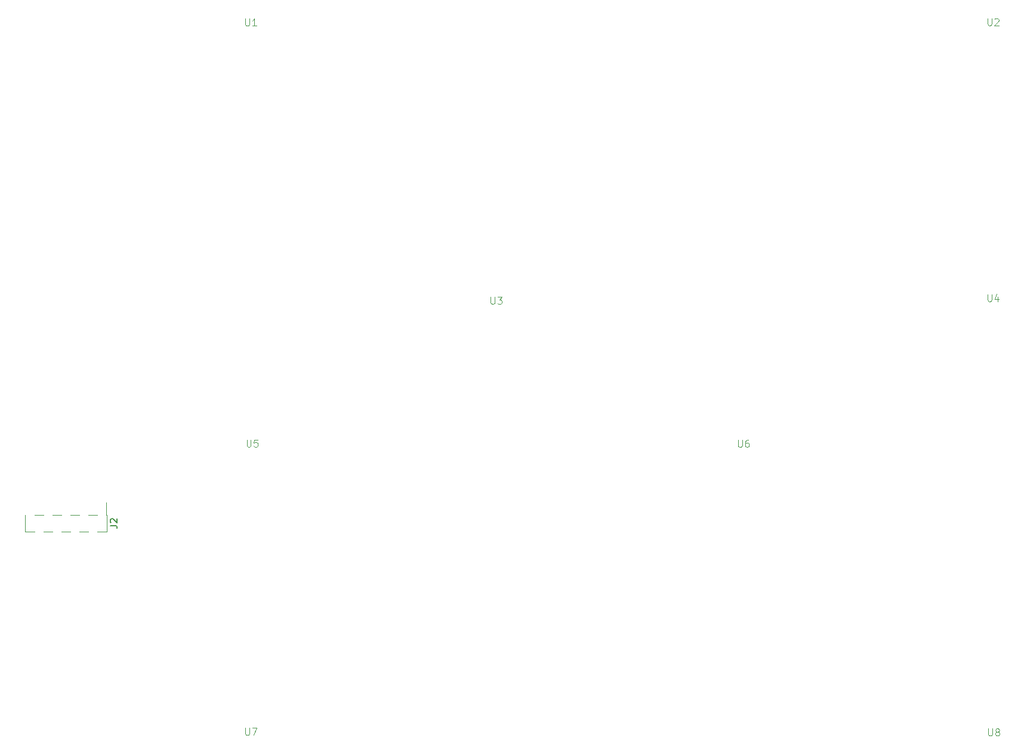
<source format=gbr>
%TF.GenerationSoftware,KiCad,Pcbnew,9.0.2*%
%TF.CreationDate,2025-06-04T15:30:10+02:00*%
%TF.ProjectId,Temp_Sensor_Circuit_Side2,54656d70-5f53-4656-9e73-6f725f436972,rev?*%
%TF.SameCoordinates,Original*%
%TF.FileFunction,Legend,Top*%
%TF.FilePolarity,Positive*%
%FSLAX46Y46*%
G04 Gerber Fmt 4.6, Leading zero omitted, Abs format (unit mm)*
G04 Created by KiCad (PCBNEW 9.0.2) date 2025-06-04 15:30:10*
%MOMM*%
%LPD*%
G01*
G04 APERTURE LIST*
%ADD10C,0.100000*%
%ADD11C,0.150000*%
%ADD12C,0.120000*%
G04 APERTURE END LIST*
D10*
X79738095Y-158494919D02*
X79738095Y-159304442D01*
X79738095Y-159304442D02*
X79785714Y-159399680D01*
X79785714Y-159399680D02*
X79833333Y-159447300D01*
X79833333Y-159447300D02*
X79928571Y-159494919D01*
X79928571Y-159494919D02*
X80119047Y-159494919D01*
X80119047Y-159494919D02*
X80214285Y-159447300D01*
X80214285Y-159447300D02*
X80261904Y-159399680D01*
X80261904Y-159399680D02*
X80309523Y-159304442D01*
X80309523Y-159304442D02*
X80309523Y-158494919D01*
X80690476Y-158494919D02*
X81357142Y-158494919D01*
X81357142Y-158494919D02*
X80928571Y-159494919D01*
X185138095Y-158594919D02*
X185138095Y-159404442D01*
X185138095Y-159404442D02*
X185185714Y-159499680D01*
X185185714Y-159499680D02*
X185233333Y-159547300D01*
X185233333Y-159547300D02*
X185328571Y-159594919D01*
X185328571Y-159594919D02*
X185519047Y-159594919D01*
X185519047Y-159594919D02*
X185614285Y-159547300D01*
X185614285Y-159547300D02*
X185661904Y-159499680D01*
X185661904Y-159499680D02*
X185709523Y-159404442D01*
X185709523Y-159404442D02*
X185709523Y-158594919D01*
X186328571Y-159023490D02*
X186233333Y-158975871D01*
X186233333Y-158975871D02*
X186185714Y-158928252D01*
X186185714Y-158928252D02*
X186138095Y-158833014D01*
X186138095Y-158833014D02*
X186138095Y-158785395D01*
X186138095Y-158785395D02*
X186185714Y-158690157D01*
X186185714Y-158690157D02*
X186233333Y-158642538D01*
X186233333Y-158642538D02*
X186328571Y-158594919D01*
X186328571Y-158594919D02*
X186519047Y-158594919D01*
X186519047Y-158594919D02*
X186614285Y-158642538D01*
X186614285Y-158642538D02*
X186661904Y-158690157D01*
X186661904Y-158690157D02*
X186709523Y-158785395D01*
X186709523Y-158785395D02*
X186709523Y-158833014D01*
X186709523Y-158833014D02*
X186661904Y-158928252D01*
X186661904Y-158928252D02*
X186614285Y-158975871D01*
X186614285Y-158975871D02*
X186519047Y-159023490D01*
X186519047Y-159023490D02*
X186328571Y-159023490D01*
X186328571Y-159023490D02*
X186233333Y-159071109D01*
X186233333Y-159071109D02*
X186185714Y-159118728D01*
X186185714Y-159118728D02*
X186138095Y-159213966D01*
X186138095Y-159213966D02*
X186138095Y-159404442D01*
X186138095Y-159404442D02*
X186185714Y-159499680D01*
X186185714Y-159499680D02*
X186233333Y-159547300D01*
X186233333Y-159547300D02*
X186328571Y-159594919D01*
X186328571Y-159594919D02*
X186519047Y-159594919D01*
X186519047Y-159594919D02*
X186614285Y-159547300D01*
X186614285Y-159547300D02*
X186661904Y-159499680D01*
X186661904Y-159499680D02*
X186709523Y-159404442D01*
X186709523Y-159404442D02*
X186709523Y-159213966D01*
X186709523Y-159213966D02*
X186661904Y-159118728D01*
X186661904Y-159118728D02*
X186614285Y-159071109D01*
X186614285Y-159071109D02*
X186519047Y-159023490D01*
X185038095Y-96894919D02*
X185038095Y-97704442D01*
X185038095Y-97704442D02*
X185085714Y-97799680D01*
X185085714Y-97799680D02*
X185133333Y-97847300D01*
X185133333Y-97847300D02*
X185228571Y-97894919D01*
X185228571Y-97894919D02*
X185419047Y-97894919D01*
X185419047Y-97894919D02*
X185514285Y-97847300D01*
X185514285Y-97847300D02*
X185561904Y-97799680D01*
X185561904Y-97799680D02*
X185609523Y-97704442D01*
X185609523Y-97704442D02*
X185609523Y-96894919D01*
X186514285Y-97228252D02*
X186514285Y-97894919D01*
X186276190Y-96847300D02*
X186038095Y-97561585D01*
X186038095Y-97561585D02*
X186657142Y-97561585D01*
D11*
X60539819Y-129753333D02*
X61254104Y-129753333D01*
X61254104Y-129753333D02*
X61396961Y-129800952D01*
X61396961Y-129800952D02*
X61492200Y-129896190D01*
X61492200Y-129896190D02*
X61539819Y-130039047D01*
X61539819Y-130039047D02*
X61539819Y-130134285D01*
X60635057Y-129324761D02*
X60587438Y-129277142D01*
X60587438Y-129277142D02*
X60539819Y-129181904D01*
X60539819Y-129181904D02*
X60539819Y-128943809D01*
X60539819Y-128943809D02*
X60587438Y-128848571D01*
X60587438Y-128848571D02*
X60635057Y-128800952D01*
X60635057Y-128800952D02*
X60730295Y-128753333D01*
X60730295Y-128753333D02*
X60825533Y-128753333D01*
X60825533Y-128753333D02*
X60968390Y-128800952D01*
X60968390Y-128800952D02*
X61539819Y-129372380D01*
X61539819Y-129372380D02*
X61539819Y-128753333D01*
D10*
X79738095Y-57757419D02*
X79738095Y-58566942D01*
X79738095Y-58566942D02*
X79785714Y-58662180D01*
X79785714Y-58662180D02*
X79833333Y-58709800D01*
X79833333Y-58709800D02*
X79928571Y-58757419D01*
X79928571Y-58757419D02*
X80119047Y-58757419D01*
X80119047Y-58757419D02*
X80214285Y-58709800D01*
X80214285Y-58709800D02*
X80261904Y-58662180D01*
X80261904Y-58662180D02*
X80309523Y-58566942D01*
X80309523Y-58566942D02*
X80309523Y-57757419D01*
X81309523Y-58757419D02*
X80738095Y-58757419D01*
X81023809Y-58757419D02*
X81023809Y-57757419D01*
X81023809Y-57757419D02*
X80928571Y-57900276D01*
X80928571Y-57900276D02*
X80833333Y-57995514D01*
X80833333Y-57995514D02*
X80738095Y-58043133D01*
X79938095Y-117557419D02*
X79938095Y-118366942D01*
X79938095Y-118366942D02*
X79985714Y-118462180D01*
X79985714Y-118462180D02*
X80033333Y-118509800D01*
X80033333Y-118509800D02*
X80128571Y-118557419D01*
X80128571Y-118557419D02*
X80319047Y-118557419D01*
X80319047Y-118557419D02*
X80414285Y-118509800D01*
X80414285Y-118509800D02*
X80461904Y-118462180D01*
X80461904Y-118462180D02*
X80509523Y-118366942D01*
X80509523Y-118366942D02*
X80509523Y-117557419D01*
X81461904Y-117557419D02*
X80985714Y-117557419D01*
X80985714Y-117557419D02*
X80938095Y-118033609D01*
X80938095Y-118033609D02*
X80985714Y-117985990D01*
X80985714Y-117985990D02*
X81080952Y-117938371D01*
X81080952Y-117938371D02*
X81319047Y-117938371D01*
X81319047Y-117938371D02*
X81414285Y-117985990D01*
X81414285Y-117985990D02*
X81461904Y-118033609D01*
X81461904Y-118033609D02*
X81509523Y-118128847D01*
X81509523Y-118128847D02*
X81509523Y-118366942D01*
X81509523Y-118366942D02*
X81461904Y-118462180D01*
X81461904Y-118462180D02*
X81414285Y-118509800D01*
X81414285Y-118509800D02*
X81319047Y-118557419D01*
X81319047Y-118557419D02*
X81080952Y-118557419D01*
X81080952Y-118557419D02*
X80985714Y-118509800D01*
X80985714Y-118509800D02*
X80938095Y-118462180D01*
X149638095Y-117594919D02*
X149638095Y-118404442D01*
X149638095Y-118404442D02*
X149685714Y-118499680D01*
X149685714Y-118499680D02*
X149733333Y-118547300D01*
X149733333Y-118547300D02*
X149828571Y-118594919D01*
X149828571Y-118594919D02*
X150019047Y-118594919D01*
X150019047Y-118594919D02*
X150114285Y-118547300D01*
X150114285Y-118547300D02*
X150161904Y-118499680D01*
X150161904Y-118499680D02*
X150209523Y-118404442D01*
X150209523Y-118404442D02*
X150209523Y-117594919D01*
X151114285Y-117594919D02*
X150923809Y-117594919D01*
X150923809Y-117594919D02*
X150828571Y-117642538D01*
X150828571Y-117642538D02*
X150780952Y-117690157D01*
X150780952Y-117690157D02*
X150685714Y-117833014D01*
X150685714Y-117833014D02*
X150638095Y-118023490D01*
X150638095Y-118023490D02*
X150638095Y-118404442D01*
X150638095Y-118404442D02*
X150685714Y-118499680D01*
X150685714Y-118499680D02*
X150733333Y-118547300D01*
X150733333Y-118547300D02*
X150828571Y-118594919D01*
X150828571Y-118594919D02*
X151019047Y-118594919D01*
X151019047Y-118594919D02*
X151114285Y-118547300D01*
X151114285Y-118547300D02*
X151161904Y-118499680D01*
X151161904Y-118499680D02*
X151209523Y-118404442D01*
X151209523Y-118404442D02*
X151209523Y-118166347D01*
X151209523Y-118166347D02*
X151161904Y-118071109D01*
X151161904Y-118071109D02*
X151114285Y-118023490D01*
X151114285Y-118023490D02*
X151019047Y-117975871D01*
X151019047Y-117975871D02*
X150828571Y-117975871D01*
X150828571Y-117975871D02*
X150733333Y-118023490D01*
X150733333Y-118023490D02*
X150685714Y-118071109D01*
X150685714Y-118071109D02*
X150638095Y-118166347D01*
X185038095Y-57694919D02*
X185038095Y-58504442D01*
X185038095Y-58504442D02*
X185085714Y-58599680D01*
X185085714Y-58599680D02*
X185133333Y-58647300D01*
X185133333Y-58647300D02*
X185228571Y-58694919D01*
X185228571Y-58694919D02*
X185419047Y-58694919D01*
X185419047Y-58694919D02*
X185514285Y-58647300D01*
X185514285Y-58647300D02*
X185561904Y-58599680D01*
X185561904Y-58599680D02*
X185609523Y-58504442D01*
X185609523Y-58504442D02*
X185609523Y-57694919D01*
X186038095Y-57790157D02*
X186085714Y-57742538D01*
X186085714Y-57742538D02*
X186180952Y-57694919D01*
X186180952Y-57694919D02*
X186419047Y-57694919D01*
X186419047Y-57694919D02*
X186514285Y-57742538D01*
X186514285Y-57742538D02*
X186561904Y-57790157D01*
X186561904Y-57790157D02*
X186609523Y-57885395D01*
X186609523Y-57885395D02*
X186609523Y-57980633D01*
X186609523Y-57980633D02*
X186561904Y-58123490D01*
X186561904Y-58123490D02*
X185990476Y-58694919D01*
X185990476Y-58694919D02*
X186609523Y-58694919D01*
X114538095Y-97257419D02*
X114538095Y-98066942D01*
X114538095Y-98066942D02*
X114585714Y-98162180D01*
X114585714Y-98162180D02*
X114633333Y-98209800D01*
X114633333Y-98209800D02*
X114728571Y-98257419D01*
X114728571Y-98257419D02*
X114919047Y-98257419D01*
X114919047Y-98257419D02*
X115014285Y-98209800D01*
X115014285Y-98209800D02*
X115061904Y-98162180D01*
X115061904Y-98162180D02*
X115109523Y-98066942D01*
X115109523Y-98066942D02*
X115109523Y-97257419D01*
X115490476Y-97257419D02*
X116109523Y-97257419D01*
X116109523Y-97257419D02*
X115776190Y-97638371D01*
X115776190Y-97638371D02*
X115919047Y-97638371D01*
X115919047Y-97638371D02*
X116014285Y-97685990D01*
X116014285Y-97685990D02*
X116061904Y-97733609D01*
X116061904Y-97733609D02*
X116109523Y-97828847D01*
X116109523Y-97828847D02*
X116109523Y-98066942D01*
X116109523Y-98066942D02*
X116061904Y-98162180D01*
X116061904Y-98162180D02*
X116014285Y-98209800D01*
X116014285Y-98209800D02*
X115919047Y-98257419D01*
X115919047Y-98257419D02*
X115633333Y-98257419D01*
X115633333Y-98257419D02*
X115538095Y-98209800D01*
X115538095Y-98209800D02*
X115490476Y-98162180D01*
D12*
%TO.C,J2*%
X48435000Y-128260000D02*
X48435000Y-130580000D01*
X48545000Y-130580000D02*
X48435000Y-130580000D01*
X49815000Y-130580000D02*
X48435000Y-130580000D01*
X51085000Y-128260000D02*
X49815000Y-128260000D01*
X52355000Y-130580000D02*
X51085000Y-130580000D01*
X53625000Y-128260000D02*
X52355000Y-128260000D01*
X54895000Y-130580000D02*
X53625000Y-130580000D01*
X56165000Y-128260000D02*
X54895000Y-128260000D01*
X57435000Y-130580000D02*
X56165000Y-130580000D01*
X58705000Y-128260000D02*
X57435000Y-128260000D01*
X59975000Y-128260000D02*
X59975000Y-126480000D01*
X59975000Y-130580000D02*
X58705000Y-130580000D01*
X60085000Y-128260000D02*
X59975000Y-128260000D01*
X60085000Y-128260000D02*
X60085000Y-130580000D01*
%TD*%
M02*

</source>
